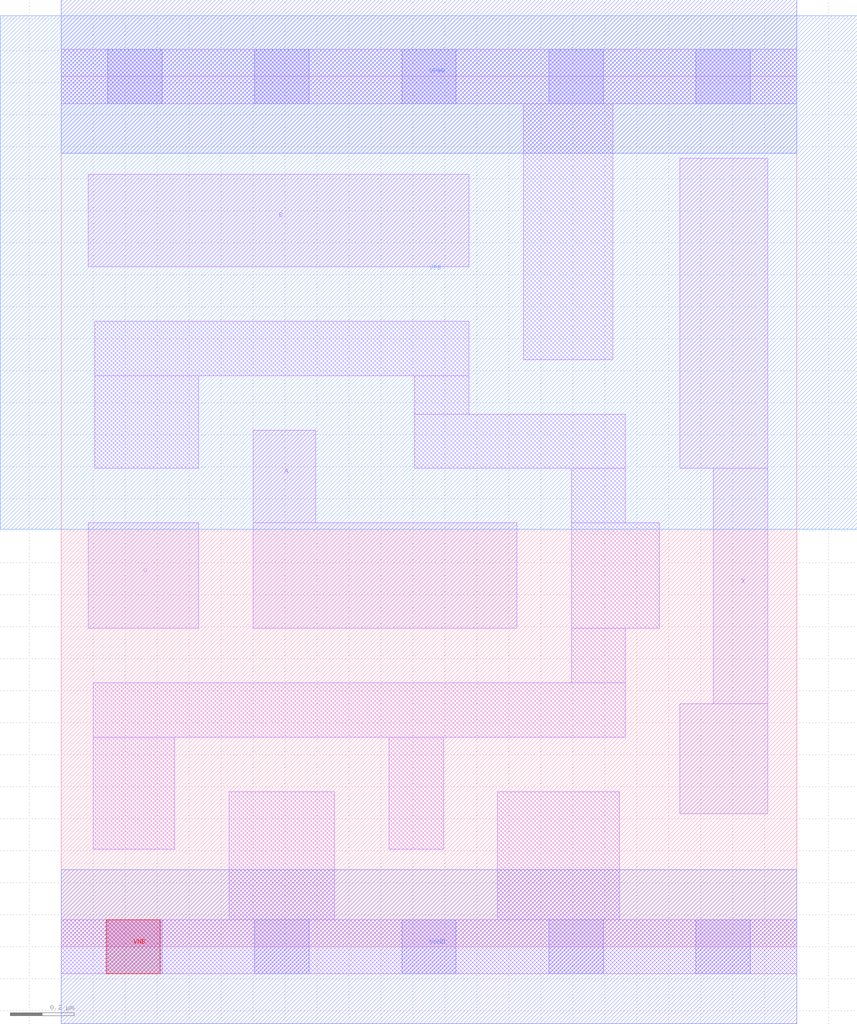
<source format=lef>
# Copyright 2020 The SkyWater PDK Authors
#
# Licensed under the Apache License, Version 2.0 (the "License");
# you may not use this file except in compliance with the License.
# You may obtain a copy of the License at
#
#     https://www.apache.org/licenses/LICENSE-2.0
#
# Unless required by applicable law or agreed to in writing, software
# distributed under the License is distributed on an "AS IS" BASIS,
# WITHOUT WARRANTIES OR CONDITIONS OF ANY KIND, either express or implied.
# See the License for the specific language governing permissions and
# limitations under the License.
#
# SPDX-License-Identifier: Apache-2.0

VERSION 5.7 ;
  NOWIREEXTENSIONATPIN ON ;
  DIVIDERCHAR "/" ;
  BUSBITCHARS "[]" ;
MACRO sky130_fd_sc_hd__or3_1
  CLASS CORE ;
  FOREIGN sky130_fd_sc_hd__or3_1 ;
  ORIGIN  0.000000  0.000000 ;
  SIZE  2.300000 BY  2.720000 ;
  SYMMETRY X Y R90 ;
  SITE unithd ;
  PIN A
    ANTENNAGATEAREA  0.126000 ;
    DIRECTION INPUT ;
    USE SIGNAL ;
    PORT
      LAYER li1 ;
        RECT 0.600000 0.995000 1.425000 1.325000 ;
        RECT 0.600000 1.325000 0.795000 1.615000 ;
    END
  END A
  PIN B
    ANTENNAGATEAREA  0.126000 ;
    DIRECTION INPUT ;
    USE SIGNAL ;
    PORT
      LAYER li1 ;
        RECT 0.085000 2.125000 1.275000 2.415000 ;
    END
  END B
  PIN C
    ANTENNAGATEAREA  0.126000 ;
    DIRECTION INPUT ;
    USE SIGNAL ;
    PORT
      LAYER li1 ;
        RECT 0.085000 0.995000 0.430000 1.325000 ;
    END
  END C
  PIN VNB
    PORT
      LAYER pwell ;
        RECT 0.140000 -0.085000 0.310000 0.085000 ;
    END
  END VNB
  PIN VPB
    PORT
      LAYER nwell ;
        RECT -0.190000 1.305000 2.490000 2.910000 ;
    END
  END VPB
  PIN X
    ANTENNADIFFAREA  0.462000 ;
    DIRECTION OUTPUT ;
    USE SIGNAL ;
    PORT
      LAYER li1 ;
        RECT 1.935000 0.415000 2.210000 0.760000 ;
        RECT 1.935000 1.495000 2.210000 2.465000 ;
        RECT 2.040000 0.760000 2.210000 1.495000 ;
    END
  END X
  PIN VGND
    DIRECTION INOUT ;
    SHAPE ABUTMENT ;
    USE GROUND ;
    PORT
      LAYER met1 ;
        RECT 0.000000 -0.240000 2.300000 0.240000 ;
    END
  END VGND
  PIN VPWR
    DIRECTION INOUT ;
    SHAPE ABUTMENT ;
    USE POWER ;
    PORT
      LAYER met1 ;
        RECT 0.000000 2.480000 2.300000 2.960000 ;
    END
  END VPWR
  OBS
    LAYER li1 ;
      RECT 0.000000 -0.085000 2.300000 0.085000 ;
      RECT 0.000000  2.635000 2.300000 2.805000 ;
      RECT 0.100000  0.305000 0.355000 0.655000 ;
      RECT 0.100000  0.655000 1.765000 0.825000 ;
      RECT 0.105000  1.495000 0.430000 1.785000 ;
      RECT 0.105000  1.785000 1.275000 1.955000 ;
      RECT 0.525000  0.085000 0.855000 0.485000 ;
      RECT 1.025000  0.305000 1.195000 0.655000 ;
      RECT 1.105000  1.495000 1.765000 1.665000 ;
      RECT 1.105000  1.665000 1.275000 1.785000 ;
      RECT 1.365000  0.085000 1.745000 0.485000 ;
      RECT 1.445000  1.835000 1.725000 2.635000 ;
      RECT 1.595000  0.825000 1.765000 0.995000 ;
      RECT 1.595000  0.995000 1.870000 1.325000 ;
      RECT 1.595000  1.325000 1.765000 1.495000 ;
    LAYER mcon ;
      RECT 0.145000 -0.085000 0.315000 0.085000 ;
      RECT 0.145000  2.635000 0.315000 2.805000 ;
      RECT 0.605000 -0.085000 0.775000 0.085000 ;
      RECT 0.605000  2.635000 0.775000 2.805000 ;
      RECT 1.065000 -0.085000 1.235000 0.085000 ;
      RECT 1.065000  2.635000 1.235000 2.805000 ;
      RECT 1.525000 -0.085000 1.695000 0.085000 ;
      RECT 1.525000  2.635000 1.695000 2.805000 ;
      RECT 1.985000 -0.085000 2.155000 0.085000 ;
      RECT 1.985000  2.635000 2.155000 2.805000 ;
  END
END sky130_fd_sc_hd__or3_1
END LIBRARY

</source>
